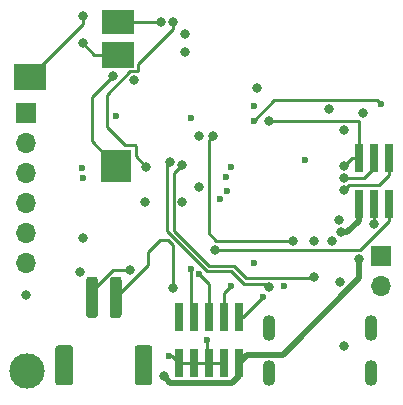
<source format=gbl>
G04 #@! TF.GenerationSoftware,KiCad,Pcbnew,(5.1.8)-1*
G04 #@! TF.CreationDate,2021-01-25T23:00:58-08:00*
G04 #@! TF.ProjectId,audioboard,61756469-6f62-46f6-9172-642e6b696361,rev?*
G04 #@! TF.SameCoordinates,Original*
G04 #@! TF.FileFunction,Copper,L4,Bot*
G04 #@! TF.FilePolarity,Positive*
%FSLAX46Y46*%
G04 Gerber Fmt 4.6, Leading zero omitted, Abs format (unit mm)*
G04 Created by KiCad (PCBNEW (5.1.8)-1) date 2021-01-25 23:00:58*
%MOMM*%
%LPD*%
G01*
G04 APERTURE LIST*
G04 #@! TA.AperFunction,ComponentPad*
%ADD10O,1.100000X2.200000*%
G04 #@! TD*
G04 #@! TA.AperFunction,ComponentPad*
%ADD11C,3.000000*%
G04 #@! TD*
G04 #@! TA.AperFunction,ComponentPad*
%ADD12O,1.700000X1.700000*%
G04 #@! TD*
G04 #@! TA.AperFunction,ComponentPad*
%ADD13R,1.700000X1.700000*%
G04 #@! TD*
G04 #@! TA.AperFunction,SMDPad,CuDef*
%ADD14R,0.740000X2.400000*%
G04 #@! TD*
G04 #@! TA.AperFunction,SMDPad,CuDef*
%ADD15R,2.800000X2.200000*%
G04 #@! TD*
G04 #@! TA.AperFunction,SMDPad,CuDef*
%ADD16R,2.600000X2.800000*%
G04 #@! TD*
G04 #@! TA.AperFunction,SMDPad,CuDef*
%ADD17R,2.800000X2.000000*%
G04 #@! TD*
G04 #@! TA.AperFunction,ViaPad*
%ADD18C,0.800000*%
G04 #@! TD*
G04 #@! TA.AperFunction,ViaPad*
%ADD19C,0.600000*%
G04 #@! TD*
G04 #@! TA.AperFunction,Conductor*
%ADD20C,0.250000*%
G04 #@! TD*
G04 #@! TA.AperFunction,Conductor*
%ADD21C,0.500000*%
G04 #@! TD*
G04 APERTURE END LIST*
D10*
X195578000Y-94996000D03*
X204218000Y-94996000D03*
X195578000Y-98796000D03*
X204218000Y-98796000D03*
D11*
X175133000Y-98679000D03*
D12*
X205105000Y-91440000D03*
D13*
X205105000Y-88900000D03*
D14*
X205740000Y-84500000D03*
X205740000Y-80600000D03*
X204470000Y-84500000D03*
X204470000Y-80600000D03*
X203200000Y-84500000D03*
X203200000Y-80600000D03*
X187960000Y-94062000D03*
X187960000Y-97962000D03*
X189230000Y-94062000D03*
X189230000Y-97962000D03*
X190500000Y-94062000D03*
X190500000Y-97962000D03*
X191770000Y-94062000D03*
X191770000Y-97962000D03*
X193040000Y-94062000D03*
X193040000Y-97962000D03*
D15*
X182770000Y-71850000D03*
X175370000Y-73750000D03*
D16*
X182670000Y-81250000D03*
D17*
X182770000Y-69050000D03*
D12*
X175006000Y-89535000D03*
X175006000Y-86995000D03*
X175006000Y-84455000D03*
X175006000Y-81915000D03*
X175006000Y-79375000D03*
D13*
X175006000Y-76835000D03*
G04 #@! TA.AperFunction,SMDPad,CuDef*
G36*
G01*
X179010000Y-96700000D02*
X179010000Y-99600000D01*
G75*
G02*
X178760000Y-99850000I-250000J0D01*
G01*
X177760000Y-99850000D01*
G75*
G02*
X177510000Y-99600000I0J250000D01*
G01*
X177510000Y-96700000D01*
G75*
G02*
X177760000Y-96450000I250000J0D01*
G01*
X178760000Y-96450000D01*
G75*
G02*
X179010000Y-96700000I0J-250000D01*
G01*
G37*
G04 #@! TD.AperFunction*
G04 #@! TA.AperFunction,SMDPad,CuDef*
G36*
G01*
X185710000Y-96700000D02*
X185710000Y-99600000D01*
G75*
G02*
X185460000Y-99850000I-250000J0D01*
G01*
X184460000Y-99850000D01*
G75*
G02*
X184210000Y-99600000I0J250000D01*
G01*
X184210000Y-96700000D01*
G75*
G02*
X184460000Y-96450000I250000J0D01*
G01*
X185460000Y-96450000D01*
G75*
G02*
X185710000Y-96700000I0J-250000D01*
G01*
G37*
G04 #@! TD.AperFunction*
G04 #@! TA.AperFunction,SMDPad,CuDef*
G36*
G01*
X181110000Y-90900000D02*
X181110000Y-93900000D01*
G75*
G02*
X180860000Y-94150000I-250000J0D01*
G01*
X180360000Y-94150000D01*
G75*
G02*
X180110000Y-93900000I0J250000D01*
G01*
X180110000Y-90900000D01*
G75*
G02*
X180360000Y-90650000I250000J0D01*
G01*
X180860000Y-90650000D01*
G75*
G02*
X181110000Y-90900000I0J-250000D01*
G01*
G37*
G04 #@! TD.AperFunction*
G04 #@! TA.AperFunction,SMDPad,CuDef*
G36*
G01*
X183110000Y-90900000D02*
X183110000Y-93900000D01*
G75*
G02*
X182860000Y-94150000I-250000J0D01*
G01*
X182360000Y-94150000D01*
G75*
G02*
X182110000Y-93900000I0J250000D01*
G01*
X182110000Y-90900000D01*
G75*
G02*
X182360000Y-90650000I250000J0D01*
G01*
X182860000Y-90650000D01*
G75*
G02*
X183110000Y-90900000I0J-250000D01*
G01*
G37*
G04 #@! TD.AperFunction*
D18*
X183793139Y-90096210D03*
X175006000Y-92202000D03*
X188468000Y-71628000D03*
X179832000Y-87376000D03*
X200660000Y-76454000D03*
X203524230Y-76821540D03*
X194564000Y-74676000D03*
X179832000Y-70866000D03*
X184150000Y-74000001D03*
X204514347Y-86150347D03*
X199390000Y-87667000D03*
X189700999Y-83058000D03*
X200914000Y-87630000D03*
X188247692Y-84328000D03*
D19*
X182651674Y-77068442D03*
X179792528Y-81452585D03*
X188976000Y-77216000D03*
X198628000Y-80772000D03*
X190326121Y-96022433D03*
D18*
X201930000Y-96520000D03*
D19*
X187112169Y-97367831D03*
X196850000Y-91440000D03*
X194310000Y-89535000D03*
D18*
X195580000Y-77470000D03*
X201930000Y-81280000D03*
X187174691Y-80920096D03*
X195580000Y-91530000D03*
X187452000Y-69088000D03*
X185203000Y-81343308D03*
X186436000Y-69088000D03*
X188245399Y-81175094D03*
X199390000Y-90714990D03*
X179832000Y-68580000D03*
X182372000Y-73660000D03*
X201676000Y-86868000D03*
X186690000Y-99060000D03*
X203200000Y-89117000D03*
D19*
X194310000Y-77470000D03*
X205050981Y-76041757D03*
D18*
X187497653Y-91612653D03*
D19*
X191960846Y-82175000D03*
X188981500Y-90027716D03*
X191426153Y-84076760D03*
X189675754Y-90425226D03*
X192405000Y-91440000D03*
X192051153Y-83425000D03*
X192376154Y-81359640D03*
X195105163Y-92334347D03*
D18*
X191040021Y-88392000D03*
X201942651Y-83292657D03*
X201930000Y-82280003D03*
X190880010Y-78740000D03*
X197643359Y-87598641D03*
X201930000Y-78195000D03*
X188468000Y-70104000D03*
X201516979Y-85852000D03*
X201612500Y-91122500D03*
X179587347Y-90260000D03*
X185129000Y-84328000D03*
D19*
X179832000Y-82296000D03*
D18*
X189701000Y-78740000D03*
D19*
X194310000Y-76200000D03*
D20*
X180816000Y-71850000D02*
X179832000Y-70866000D01*
X182770000Y-71850000D02*
X180816000Y-71850000D01*
X180610000Y-91836810D02*
X180610000Y-92400000D01*
X182350600Y-90096210D02*
X180610000Y-91836810D01*
X183793139Y-90096210D02*
X182350600Y-90096210D01*
X204470000Y-86106000D02*
X204514347Y-86150347D01*
X204470000Y-84500000D02*
X204470000Y-86106000D01*
X191770000Y-97962000D02*
X190500000Y-97962000D01*
X190500000Y-97962000D02*
X189230000Y-97962000D01*
X189230000Y-97962000D02*
X187960000Y-97962000D01*
X187365831Y-97367831D02*
X187960000Y-97962000D01*
X187112169Y-97367831D02*
X187365831Y-97367831D01*
X190326121Y-97788121D02*
X190500000Y-97962000D01*
X190326121Y-96022433D02*
X190326121Y-97788121D01*
X195580000Y-77470000D02*
X203200000Y-77470000D01*
X203200000Y-77470000D02*
X203200000Y-80600000D01*
X202610000Y-80600000D02*
X201930000Y-81280000D01*
X203200000Y-80600000D02*
X202610000Y-80600000D01*
X186944000Y-81150787D02*
X187174691Y-80920096D01*
X192405000Y-90171410D02*
X192405000Y-90170000D01*
X195580000Y-91530000D02*
X195305010Y-91255010D01*
X186944000Y-86809588D02*
X186944000Y-81150787D01*
X193488599Y-91255009D02*
X192405000Y-90171410D01*
X192405000Y-90170000D02*
X190304412Y-90170000D01*
X195305010Y-91255010D02*
X193488599Y-91255009D01*
X190304412Y-90170000D02*
X186944000Y-86809588D01*
X184295001Y-79589999D02*
X184295001Y-80435309D01*
X184230001Y-79524999D02*
X184295001Y-79589999D01*
X183384691Y-79524999D02*
X184230001Y-79524999D01*
X181864000Y-78004308D02*
X183384691Y-79524999D01*
X183830684Y-73275001D02*
X181864000Y-75241685D01*
X184295001Y-80435309D02*
X185203000Y-81343308D01*
X184430001Y-73275001D02*
X183830684Y-73275001D01*
X184495001Y-73210001D02*
X184430001Y-73275001D01*
X181864000Y-75241685D02*
X181864000Y-78004308D01*
X184495001Y-72610684D02*
X184495001Y-73210001D01*
X187452000Y-69653685D02*
X184495001Y-72610684D01*
X187452000Y-69088000D02*
X187452000Y-69653685D01*
X182808000Y-69088000D02*
X182770000Y-69050000D01*
X186436000Y-69088000D02*
X182808000Y-69088000D01*
X194113002Y-90805000D02*
X193675000Y-90805000D01*
X193675000Y-90805000D02*
X199299990Y-90805000D01*
X199299990Y-90805000D02*
X199390000Y-90714990D01*
X190490811Y-89719989D02*
X187522692Y-86751870D01*
X192591400Y-89719989D02*
X190490811Y-89719989D01*
X193675000Y-90805000D02*
X193675000Y-90803589D01*
X193675000Y-90803589D02*
X192591400Y-89719989D01*
X187522692Y-81897801D02*
X188245399Y-81175094D01*
X187522692Y-86751870D02*
X187522692Y-81897801D01*
X179832000Y-69288000D02*
X175370000Y-73750000D01*
X179832000Y-68580000D02*
X179832000Y-69288000D01*
X180594000Y-79174000D02*
X182670000Y-81250000D01*
X180594000Y-75438000D02*
X180594000Y-79174000D01*
X182372000Y-73660000D02*
X180594000Y-75438000D01*
X203200000Y-85344000D02*
X203200000Y-84500000D01*
D21*
X192500001Y-99612001D02*
X193040000Y-99072002D01*
X187242001Y-99612001D02*
X192500001Y-99612001D01*
X193040000Y-99072002D02*
X193040000Y-97962000D01*
X186690000Y-99060000D02*
X187242001Y-99612001D01*
X203200000Y-90793002D02*
X203200000Y-89117000D01*
X196747012Y-97245990D02*
X203200000Y-90793002D01*
X193756010Y-97245990D02*
X196747012Y-97245990D01*
X193040000Y-97962000D02*
X193756010Y-97245990D01*
X203200000Y-85909685D02*
X203200000Y-84500000D01*
X202241685Y-86868000D02*
X203200000Y-85909685D01*
X201676000Y-86868000D02*
X202241685Y-86868000D01*
D20*
X204738223Y-75728999D02*
X205050981Y-76041757D01*
X196051001Y-75728999D02*
X204738223Y-75728999D01*
X194310000Y-77470000D02*
X196051001Y-75728999D01*
X185339001Y-89670999D02*
X182610000Y-92400000D01*
X185339001Y-88542997D02*
X185339001Y-89670999D01*
X186341999Y-87539999D02*
X185339001Y-88542997D01*
X187038001Y-87539999D02*
X186341999Y-87539999D01*
X187497653Y-87999651D02*
X187038001Y-87539999D01*
X187497653Y-91612653D02*
X187497653Y-87999651D01*
X188981500Y-93813500D02*
X188981500Y-90027716D01*
X189230000Y-94062000D02*
X188981500Y-93813500D01*
X190500000Y-91249472D02*
X189675754Y-90425226D01*
X190500000Y-94062000D02*
X190500000Y-91249472D01*
X191770000Y-92075000D02*
X192405000Y-91440000D01*
X191770000Y-94062000D02*
X191770000Y-92075000D01*
X193377510Y-94062000D02*
X193040000Y-94062000D01*
X195105163Y-92334347D02*
X193377510Y-94062000D01*
X203298000Y-88392000D02*
X191040021Y-88392000D01*
X205740000Y-85950000D02*
X203298000Y-88392000D01*
X205740000Y-84500000D02*
X205740000Y-85950000D01*
X205740000Y-82050000D02*
X205740000Y-80600000D01*
X204897342Y-82892658D02*
X205740000Y-82050000D01*
X202342650Y-82892658D02*
X204897342Y-82892658D01*
X201942651Y-83292657D02*
X202342650Y-82892658D01*
X204470000Y-81485002D02*
X204470000Y-80600000D01*
X203674999Y-82280003D02*
X204470000Y-81485002D01*
X201930000Y-82280003D02*
X203674999Y-82280003D01*
X197643359Y-87598641D02*
X197897359Y-87598641D01*
X192697662Y-87598641D02*
X197643359Y-87598641D01*
X192666303Y-87630000D02*
X192697662Y-87598641D01*
X191135000Y-87630000D02*
X192666303Y-87630000D01*
X190500000Y-86995000D02*
X191135000Y-87630000D01*
X190500000Y-79120010D02*
X190500000Y-86995000D01*
X190880010Y-78740000D02*
X190500000Y-79120010D01*
M02*

</source>
